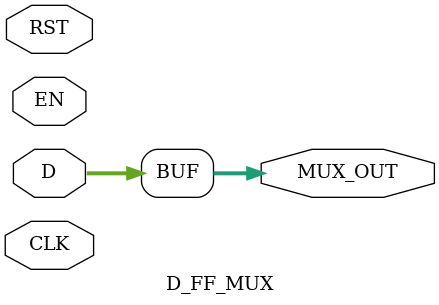
<source format=v>
module D_FF_MUX(D,CLK,RST,EN,MUX_OUT);
parameter RSTTYPE="SYNC";
parameter SEL=1;
parameter WIDTH=18; 
input EN; input [WIDTH-1:0] D; input CLK; input RST; output [WIDTH-1:0]MUX_OUT;

reg Q1,Q2;
wire Q;
assign Q=(RSTTYPE=="SYNC")?Q1:(RSTTYPE=="ASYNC")?Q2:0;


  assign MUX_OUT = (SEL)? D : Q;

generate
if(RSTTYPE=="SYNC") begin
always @(posedge CLK) begin
 if (RST)
  Q1<=0;
else if(EN)
   Q1<=D;
 end     
end

else if(RSTTYPE== "ASYNC") begin
    always @(posedge CLK or negedge RST) begin
  if (RST)
   Q2<=0;
 else if(EN)
    Q2<=D;
  end
end
 
endgenerate
endmodule 
</source>
